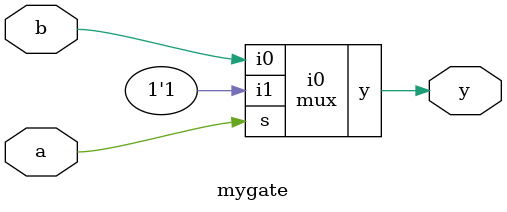
<source format=sv>
module tb;

logic a,b,y;
mygate i0 (.a, .b, .y);

initial
  for(int i = 0 ; i < 4; i++) begin
    {a,b} =i[1:0];
    #0;
    $display("%b %b %b",a,b,y);
  end
endmodule

module mux (input i0,i1,s,output y);
  assign y = s ? i1 : i0;
endmodule

module mygate(input a,b, output y);
  mux i0 (.y, .s(a), .i0(b), .i1(1'b1));
  logic vikram;
endmodule

</source>
